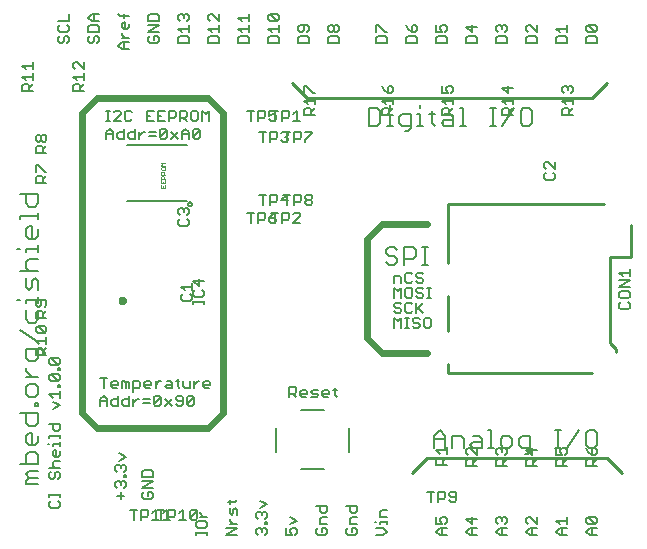
<source format=gto>
G75*
%MOIN*%
%OFA0B0*%
%FSLAX25Y25*%
%IPPOS*%
%LPD*%
%AMOC8*
5,1,8,0,0,1.08239X$1,22.5*
%
%ADD10C,0.00800*%
%ADD11C,0.00500*%
%ADD12C,0.01000*%
%ADD13C,0.02400*%
%ADD14C,0.00600*%
%ADD15C,0.00100*%
%ADD16C,0.00787*%
%ADD17C,0.01600*%
D10*
X0070600Y0041400D02*
X0066463Y0041400D01*
X0066463Y0042434D01*
X0067497Y0043468D01*
X0070600Y0043468D01*
X0067497Y0043468D02*
X0066463Y0044503D01*
X0067497Y0045537D01*
X0070600Y0045537D01*
X0064395Y0047845D02*
X0070600Y0047845D01*
X0070600Y0050948D01*
X0069566Y0051982D01*
X0067497Y0051982D01*
X0066463Y0050948D01*
X0066463Y0047845D01*
X0070600Y0057394D02*
X0070600Y0055325D01*
X0069566Y0054291D01*
X0067497Y0054291D01*
X0066463Y0055325D01*
X0066463Y0057394D01*
X0067497Y0058428D01*
X0068532Y0058428D01*
X0068532Y0054291D01*
X0064395Y0064873D02*
X0070600Y0064873D01*
X0070600Y0061771D01*
X0069566Y0060736D01*
X0067497Y0060736D01*
X0066463Y0061771D01*
X0066463Y0064873D01*
X0070600Y0067182D02*
X0069566Y0067182D01*
X0069566Y0068216D01*
X0070600Y0068216D01*
X0070600Y0067182D01*
X0070600Y0071439D02*
X0070600Y0073507D01*
X0069566Y0074542D01*
X0067497Y0074542D01*
X0066463Y0073507D01*
X0066463Y0071439D01*
X0067497Y0070405D01*
X0069566Y0070405D01*
X0070600Y0071439D01*
X0070600Y0076850D02*
X0066463Y0076850D01*
X0068532Y0076850D02*
X0066463Y0078919D01*
X0066463Y0079953D01*
X0072668Y0084290D02*
X0072668Y0085324D01*
X0071634Y0086358D01*
X0066463Y0086358D01*
X0066463Y0083256D01*
X0067497Y0082221D01*
X0069566Y0082221D01*
X0070600Y0083256D01*
X0070600Y0086358D01*
X0070600Y0088667D02*
X0064395Y0092804D01*
X0066463Y0099249D02*
X0066463Y0096147D01*
X0067497Y0095112D01*
X0069566Y0095112D01*
X0070600Y0096147D01*
X0070600Y0099249D01*
X0066463Y0101558D02*
X0066463Y0102592D01*
X0070600Y0102592D01*
X0070600Y0101558D02*
X0070600Y0103626D01*
X0064395Y0102592D02*
X0063360Y0102592D01*
X0070600Y0105855D02*
X0070600Y0108958D01*
X0069566Y0109992D01*
X0068532Y0108958D01*
X0068532Y0106889D01*
X0067497Y0105855D01*
X0066463Y0106889D01*
X0066463Y0109992D01*
X0064395Y0112300D02*
X0070600Y0112300D01*
X0067497Y0112300D02*
X0066463Y0113335D01*
X0066463Y0115403D01*
X0067497Y0116437D01*
X0070600Y0116437D01*
X0066463Y0118746D02*
X0066463Y0119780D01*
X0070600Y0119780D01*
X0070600Y0118746D02*
X0070600Y0120814D01*
X0064395Y0119780D02*
X0063360Y0119780D01*
X0070600Y0126146D02*
X0070600Y0124077D01*
X0069566Y0123043D01*
X0067497Y0123043D01*
X0066463Y0124077D01*
X0066463Y0126146D01*
X0067497Y0127180D01*
X0068532Y0127180D01*
X0068532Y0123043D01*
X0064395Y0129488D02*
X0064395Y0130523D01*
X0070600Y0130523D01*
X0070600Y0131557D02*
X0070600Y0129488D01*
X0064395Y0137922D02*
X0070600Y0137922D01*
X0070600Y0134820D01*
X0069566Y0133785D01*
X0067497Y0133785D01*
X0066463Y0134820D01*
X0066463Y0137922D01*
X0202400Y0053400D02*
X0202400Y0057270D01*
X0204335Y0059205D01*
X0206270Y0057270D01*
X0206270Y0053400D01*
X0206270Y0056302D02*
X0202400Y0056302D01*
X0208477Y0053400D02*
X0208477Y0057270D01*
X0211380Y0057270D01*
X0212347Y0056302D01*
X0212347Y0053400D01*
X0215522Y0057270D02*
X0217457Y0057270D01*
X0218424Y0056302D01*
X0218424Y0053400D01*
X0215522Y0053400D01*
X0214554Y0054367D01*
X0215522Y0055335D01*
X0218424Y0055335D01*
X0220632Y0059205D02*
X0221599Y0059205D01*
X0221599Y0053400D01*
X0220632Y0053400D02*
X0222567Y0053400D01*
X0225651Y0053400D02*
X0227585Y0053400D01*
X0228553Y0054367D01*
X0228553Y0056302D01*
X0227585Y0057270D01*
X0225651Y0057270D01*
X0224683Y0056302D01*
X0224683Y0054367D01*
X0225651Y0053400D01*
X0232695Y0051465D02*
X0233663Y0051465D01*
X0234630Y0052433D01*
X0234630Y0057270D01*
X0231728Y0057270D01*
X0230760Y0056302D01*
X0230760Y0054367D01*
X0231728Y0053400D01*
X0234630Y0053400D01*
X0242915Y0053400D02*
X0244850Y0053400D01*
X0243882Y0053400D02*
X0243882Y0059205D01*
X0242915Y0059205D02*
X0244850Y0059205D01*
X0250836Y0059205D02*
X0246966Y0053400D01*
X0255946Y0059205D02*
X0254011Y0059205D01*
X0253043Y0058237D01*
X0253043Y0054367D01*
X0254011Y0053400D01*
X0255946Y0053400D01*
X0256913Y0054367D01*
X0256913Y0058237D01*
X0255946Y0059205D01*
X0180680Y0166605D02*
X0180680Y0160800D01*
X0183582Y0160800D01*
X0184549Y0161767D01*
X0184549Y0165637D01*
X0183582Y0166605D01*
X0180680Y0166605D01*
X0186757Y0164670D02*
X0187724Y0164670D01*
X0187724Y0160800D01*
X0186757Y0160800D02*
X0188692Y0160800D01*
X0187724Y0166605D02*
X0187724Y0167572D01*
X0192743Y0158865D02*
X0193711Y0158865D01*
X0194678Y0159833D01*
X0194678Y0164670D01*
X0191776Y0164670D01*
X0190808Y0163702D01*
X0190808Y0161767D01*
X0191776Y0160800D01*
X0194678Y0160800D01*
X0196885Y0164670D02*
X0197853Y0164670D01*
X0197853Y0160800D01*
X0198820Y0160800D02*
X0196885Y0160800D01*
X0197853Y0166605D02*
X0197853Y0167572D01*
X0201904Y0165637D02*
X0201904Y0161767D01*
X0202872Y0160800D01*
X0202872Y0164670D02*
X0200937Y0164670D01*
X0205956Y0164670D02*
X0207891Y0164670D01*
X0208858Y0163702D01*
X0208858Y0160800D01*
X0205956Y0160800D01*
X0204988Y0161767D01*
X0205956Y0162735D01*
X0208858Y0162735D01*
X0211065Y0166605D02*
X0212033Y0166605D01*
X0212033Y0160800D01*
X0213000Y0160800D02*
X0211065Y0160800D01*
X0221194Y0160800D02*
X0223129Y0160800D01*
X0222162Y0160800D02*
X0222162Y0166605D01*
X0223129Y0166605D02*
X0221194Y0166605D01*
X0225246Y0160800D02*
X0229116Y0166605D01*
X0234225Y0166605D02*
X0232290Y0166605D01*
X0231323Y0165637D01*
X0231323Y0161767D01*
X0232290Y0160800D01*
X0234225Y0160800D01*
X0235193Y0161767D01*
X0235193Y0165637D01*
X0234225Y0166605D01*
X0190270Y0119237D02*
X0189302Y0120205D01*
X0187367Y0120205D01*
X0186400Y0119237D01*
X0186400Y0118270D01*
X0187367Y0117302D01*
X0189302Y0117302D01*
X0190270Y0116335D01*
X0190270Y0115367D01*
X0189302Y0114400D01*
X0187367Y0114400D01*
X0186400Y0115367D01*
X0192477Y0114400D02*
X0192477Y0120205D01*
X0195380Y0120205D01*
X0196347Y0119237D01*
X0196347Y0117302D01*
X0195380Y0116335D01*
X0192477Y0116335D01*
X0198554Y0114400D02*
X0200489Y0114400D01*
X0199522Y0114400D02*
X0199522Y0120205D01*
X0200489Y0120205D02*
X0198554Y0120205D01*
D11*
X0253247Y0188250D02*
X0256750Y0188250D01*
X0256750Y0190001D01*
X0256166Y0190585D01*
X0253831Y0190585D01*
X0253247Y0190001D01*
X0253247Y0188250D01*
X0256166Y0191933D02*
X0253831Y0191933D01*
X0253247Y0192517D01*
X0253247Y0193685D01*
X0253831Y0194268D01*
X0256166Y0194268D01*
X0256750Y0193685D01*
X0256750Y0192517D01*
X0256166Y0191933D01*
X0253831Y0194268D01*
X0243247Y0188250D02*
X0246750Y0188250D01*
X0246750Y0190001D01*
X0246166Y0190585D01*
X0243831Y0190585D01*
X0243247Y0190001D01*
X0243247Y0188250D01*
X0244415Y0191933D02*
X0243247Y0193101D01*
X0246750Y0193101D01*
X0246750Y0194268D02*
X0246750Y0191933D01*
X0233247Y0188250D02*
X0236750Y0188250D01*
X0236750Y0190001D01*
X0236166Y0190585D01*
X0233831Y0190585D01*
X0233247Y0190001D01*
X0233247Y0188250D01*
X0236750Y0194268D02*
X0236750Y0191933D01*
X0234415Y0194268D01*
X0233831Y0194268D01*
X0233247Y0193685D01*
X0233247Y0192517D01*
X0233831Y0191933D01*
X0223247Y0188250D02*
X0226750Y0188250D01*
X0226750Y0190001D01*
X0226166Y0190585D01*
X0223831Y0190585D01*
X0223247Y0190001D01*
X0223247Y0188250D01*
X0223831Y0191933D02*
X0223247Y0192517D01*
X0223247Y0193685D01*
X0223831Y0194268D01*
X0224415Y0194268D01*
X0224999Y0193685D01*
X0224999Y0193101D01*
X0224999Y0193685D02*
X0225582Y0194268D01*
X0226166Y0194268D01*
X0226750Y0193685D01*
X0226750Y0192517D01*
X0226166Y0191933D01*
X0213247Y0188250D02*
X0216750Y0188250D01*
X0216750Y0190001D01*
X0216166Y0190585D01*
X0213831Y0190585D01*
X0213247Y0190001D01*
X0213247Y0188250D01*
X0216750Y0193685D02*
X0213247Y0193685D01*
X0214999Y0191933D01*
X0214999Y0194268D01*
X0203247Y0188250D02*
X0206750Y0188250D01*
X0206750Y0190001D01*
X0206166Y0190585D01*
X0203831Y0190585D01*
X0203247Y0190001D01*
X0203247Y0188250D01*
X0203247Y0194268D02*
X0203247Y0191933D01*
X0204999Y0191933D01*
X0204415Y0193101D01*
X0204415Y0193685D01*
X0204999Y0194268D01*
X0206166Y0194268D01*
X0206750Y0193685D01*
X0206750Y0192517D01*
X0206166Y0191933D01*
X0193247Y0188250D02*
X0196750Y0188250D01*
X0196750Y0190001D01*
X0196166Y0190585D01*
X0193831Y0190585D01*
X0193247Y0190001D01*
X0193247Y0188250D01*
X0193247Y0194268D02*
X0193831Y0193101D01*
X0194999Y0191933D01*
X0196166Y0191933D01*
X0196750Y0192517D01*
X0196750Y0193685D01*
X0196166Y0194268D01*
X0195582Y0194268D01*
X0194999Y0193685D01*
X0194999Y0191933D01*
X0183247Y0188250D02*
X0186750Y0188250D01*
X0186750Y0190001D01*
X0186166Y0190585D01*
X0183831Y0190585D01*
X0183247Y0190001D01*
X0183247Y0188250D01*
X0183247Y0191933D02*
X0183247Y0194268D01*
X0183831Y0194268D01*
X0186166Y0191933D01*
X0186750Y0191933D01*
X0167247Y0188250D02*
X0170750Y0188250D01*
X0170750Y0190001D01*
X0170166Y0190585D01*
X0167831Y0190585D01*
X0167247Y0190001D01*
X0167247Y0188250D01*
X0167831Y0191933D02*
X0167247Y0192517D01*
X0167247Y0193685D01*
X0167831Y0194268D01*
X0168415Y0194268D01*
X0168999Y0193685D01*
X0169582Y0194268D01*
X0170166Y0194268D01*
X0170750Y0193685D01*
X0170750Y0192517D01*
X0170166Y0191933D01*
X0169582Y0191933D01*
X0168999Y0192517D01*
X0168415Y0191933D01*
X0167831Y0191933D01*
X0168999Y0192517D02*
X0168999Y0193685D01*
X0157247Y0188250D02*
X0160750Y0188250D01*
X0160750Y0190001D01*
X0160166Y0190585D01*
X0157831Y0190585D01*
X0157247Y0190001D01*
X0157247Y0188250D01*
X0160166Y0191933D02*
X0160750Y0192517D01*
X0160750Y0193685D01*
X0160166Y0194268D01*
X0157831Y0194268D01*
X0157247Y0193685D01*
X0157247Y0192517D01*
X0157831Y0191933D01*
X0158415Y0191933D01*
X0158999Y0192517D01*
X0158999Y0194268D01*
X0147247Y0188250D02*
X0150750Y0188250D01*
X0150750Y0190001D01*
X0150166Y0190585D01*
X0147831Y0190585D01*
X0147247Y0190001D01*
X0147247Y0188250D01*
X0148415Y0191933D02*
X0147247Y0193101D01*
X0150750Y0193101D01*
X0150750Y0194268D02*
X0150750Y0191933D01*
X0150166Y0195616D02*
X0147831Y0195616D01*
X0147247Y0196200D01*
X0147247Y0197368D01*
X0147831Y0197952D01*
X0150166Y0197952D01*
X0150750Y0197368D01*
X0150750Y0196200D01*
X0150166Y0195616D01*
X0147831Y0197952D01*
X0137247Y0188250D02*
X0140750Y0188250D01*
X0140750Y0190001D01*
X0140166Y0190585D01*
X0137831Y0190585D01*
X0137247Y0190001D01*
X0137247Y0188250D01*
X0138415Y0191933D02*
X0137247Y0193101D01*
X0140750Y0193101D01*
X0140750Y0194268D02*
X0140750Y0191933D01*
X0138415Y0195616D02*
X0137247Y0196784D01*
X0140750Y0196784D01*
X0140750Y0195616D02*
X0140750Y0197952D01*
X0127247Y0188250D02*
X0130750Y0188250D01*
X0130750Y0190001D01*
X0130166Y0190585D01*
X0127831Y0190585D01*
X0127247Y0190001D01*
X0127247Y0188250D01*
X0128415Y0191933D02*
X0127247Y0193101D01*
X0130750Y0193101D01*
X0130750Y0194268D02*
X0130750Y0191933D01*
X0130750Y0197952D02*
X0130750Y0195616D01*
X0128415Y0197952D01*
X0127831Y0197952D01*
X0127247Y0197368D01*
X0127247Y0196200D01*
X0127831Y0195616D01*
X0117247Y0188250D02*
X0120750Y0188250D01*
X0120750Y0190001D01*
X0120166Y0190585D01*
X0117831Y0190585D01*
X0117247Y0190001D01*
X0117247Y0188250D01*
X0118415Y0191933D02*
X0117247Y0193101D01*
X0120750Y0193101D01*
X0120750Y0194268D02*
X0120750Y0191933D01*
X0117831Y0195616D02*
X0117247Y0196200D01*
X0117247Y0197368D01*
X0117831Y0197952D01*
X0118415Y0197952D01*
X0118999Y0197368D01*
X0118999Y0196784D01*
X0118999Y0197368D02*
X0119582Y0197952D01*
X0120166Y0197952D01*
X0120750Y0197368D01*
X0120750Y0196200D01*
X0120166Y0195616D01*
X0107831Y0190585D02*
X0107247Y0190001D01*
X0107247Y0188834D01*
X0107831Y0188250D01*
X0110166Y0188250D01*
X0110750Y0188834D01*
X0110750Y0190001D01*
X0110166Y0190585D01*
X0108999Y0190585D01*
X0108999Y0189418D01*
X0110750Y0191933D02*
X0107247Y0191933D01*
X0110750Y0194268D01*
X0107247Y0194268D01*
X0107247Y0195616D02*
X0110750Y0195616D01*
X0110750Y0197368D01*
X0110166Y0197952D01*
X0107831Y0197952D01*
X0107247Y0197368D01*
X0107247Y0195616D01*
X0100750Y0186250D02*
X0098415Y0186250D01*
X0097247Y0187418D01*
X0098415Y0188585D01*
X0100750Y0188585D01*
X0098999Y0188585D02*
X0098999Y0186250D01*
X0098415Y0189933D02*
X0100750Y0189933D01*
X0099582Y0189933D02*
X0098415Y0191101D01*
X0098415Y0191685D01*
X0100750Y0194754D02*
X0100750Y0193586D01*
X0100166Y0193002D01*
X0098999Y0193002D01*
X0098415Y0193586D01*
X0098415Y0194754D01*
X0098999Y0195338D01*
X0099582Y0195338D01*
X0099582Y0193002D01*
X0100750Y0197269D02*
X0097831Y0197269D01*
X0097247Y0197853D01*
X0098999Y0197853D02*
X0098999Y0196686D01*
X0087831Y0190585D02*
X0087247Y0190001D01*
X0087247Y0188834D01*
X0087831Y0188250D01*
X0088415Y0188250D01*
X0088999Y0188834D01*
X0088999Y0190001D01*
X0089582Y0190585D01*
X0090166Y0190585D01*
X0090750Y0190001D01*
X0090750Y0188834D01*
X0090166Y0188250D01*
X0087247Y0191933D02*
X0090750Y0191933D01*
X0090750Y0193685D01*
X0090166Y0194268D01*
X0087831Y0194268D01*
X0087247Y0193685D01*
X0087247Y0191933D01*
X0090750Y0195616D02*
X0088415Y0195616D01*
X0087247Y0196784D01*
X0088415Y0197952D01*
X0090750Y0197952D01*
X0088999Y0197952D02*
X0088999Y0195616D01*
X0077831Y0190585D02*
X0077247Y0190001D01*
X0077247Y0188834D01*
X0077831Y0188250D01*
X0078415Y0188250D01*
X0078999Y0188834D01*
X0078999Y0190001D01*
X0079582Y0190585D01*
X0080166Y0190585D01*
X0080750Y0190001D01*
X0080750Y0188834D01*
X0080166Y0188250D01*
X0077831Y0194268D02*
X0077247Y0193685D01*
X0077247Y0192517D01*
X0077831Y0191933D01*
X0080166Y0191933D01*
X0080750Y0192517D01*
X0080750Y0193685D01*
X0080166Y0194268D01*
X0077247Y0195616D02*
X0080750Y0195616D01*
X0080750Y0197952D01*
X0256750Y0024250D02*
X0254415Y0024250D01*
X0253247Y0025418D01*
X0254415Y0026585D01*
X0256750Y0026585D01*
X0254999Y0026585D02*
X0254999Y0024250D01*
X0256166Y0027933D02*
X0253831Y0027933D01*
X0253247Y0028517D01*
X0253247Y0029685D01*
X0253831Y0030268D01*
X0256166Y0030268D01*
X0256750Y0029685D01*
X0256750Y0028517D01*
X0256166Y0027933D01*
X0253831Y0030268D01*
X0246750Y0024250D02*
X0244415Y0024250D01*
X0243247Y0025418D01*
X0244415Y0026585D01*
X0246750Y0026585D01*
X0244999Y0026585D02*
X0244999Y0024250D01*
X0244415Y0027933D02*
X0243247Y0029101D01*
X0246750Y0029101D01*
X0246750Y0030268D02*
X0246750Y0027933D01*
X0236750Y0024250D02*
X0234415Y0024250D01*
X0233247Y0025418D01*
X0234415Y0026585D01*
X0236750Y0026585D01*
X0234999Y0026585D02*
X0234999Y0024250D01*
X0236750Y0030268D02*
X0236750Y0027933D01*
X0234415Y0030268D01*
X0233831Y0030268D01*
X0233247Y0029685D01*
X0233247Y0028517D01*
X0233831Y0027933D01*
X0226750Y0024250D02*
X0224415Y0024250D01*
X0223247Y0025418D01*
X0224415Y0026585D01*
X0226750Y0026585D01*
X0224999Y0026585D02*
X0224999Y0024250D01*
X0223831Y0027933D02*
X0223247Y0028517D01*
X0223247Y0029685D01*
X0223831Y0030268D01*
X0224415Y0030268D01*
X0224999Y0029685D01*
X0224999Y0029101D01*
X0224999Y0029685D02*
X0225582Y0030268D01*
X0226166Y0030268D01*
X0226750Y0029685D01*
X0226750Y0028517D01*
X0226166Y0027933D01*
X0216750Y0024250D02*
X0214415Y0024250D01*
X0213247Y0025418D01*
X0214415Y0026585D01*
X0216750Y0026585D01*
X0214999Y0026585D02*
X0214999Y0024250D01*
X0216750Y0029685D02*
X0213247Y0029685D01*
X0214999Y0027933D01*
X0214999Y0030268D01*
X0206750Y0024250D02*
X0204415Y0024250D01*
X0203247Y0025418D01*
X0204415Y0026585D01*
X0206750Y0026585D01*
X0204999Y0026585D02*
X0204999Y0024250D01*
X0203247Y0030268D02*
X0203247Y0027933D01*
X0204999Y0027933D01*
X0204415Y0029101D01*
X0204415Y0029685D01*
X0204999Y0030268D01*
X0206166Y0030268D01*
X0206750Y0029685D01*
X0206750Y0028517D01*
X0206166Y0027933D01*
X0183247Y0024250D02*
X0185582Y0024250D01*
X0186750Y0025418D01*
X0185582Y0026585D01*
X0183247Y0026585D01*
X0184415Y0027933D02*
X0184415Y0028517D01*
X0186750Y0028517D01*
X0186750Y0027933D02*
X0186750Y0029101D01*
X0183247Y0028517D02*
X0182663Y0028517D01*
X0186750Y0030389D02*
X0184415Y0030389D01*
X0184415Y0032140D01*
X0184999Y0032724D01*
X0186750Y0032724D01*
X0173831Y0026585D02*
X0173247Y0026001D01*
X0173247Y0024834D01*
X0173831Y0024250D01*
X0176166Y0024250D01*
X0176750Y0024834D01*
X0176750Y0026001D01*
X0176166Y0026585D01*
X0174999Y0026585D01*
X0174999Y0025418D01*
X0176750Y0027933D02*
X0174415Y0027933D01*
X0174415Y0029685D01*
X0174999Y0030268D01*
X0176750Y0030268D01*
X0173247Y0033952D02*
X0176750Y0033952D01*
X0176750Y0032200D01*
X0176166Y0031616D01*
X0174999Y0031616D01*
X0174415Y0032200D01*
X0174415Y0033952D01*
X0153247Y0026585D02*
X0153247Y0024250D01*
X0154999Y0024250D01*
X0154415Y0025418D01*
X0154415Y0026001D01*
X0154999Y0026585D01*
X0156166Y0026585D01*
X0156750Y0026001D01*
X0156750Y0024834D01*
X0156166Y0024250D01*
X0154415Y0027933D02*
X0156750Y0029101D01*
X0154415Y0030268D01*
X0143831Y0024250D02*
X0143247Y0024834D01*
X0143247Y0026001D01*
X0143831Y0026585D01*
X0144415Y0026585D01*
X0144999Y0026001D01*
X0144999Y0025418D01*
X0144999Y0026001D02*
X0145582Y0026585D01*
X0146166Y0026585D01*
X0146750Y0026001D01*
X0146750Y0024834D01*
X0146166Y0024250D01*
X0146750Y0027933D02*
X0146166Y0027933D01*
X0146166Y0028517D01*
X0146750Y0028517D01*
X0146750Y0027933D01*
X0143831Y0029775D02*
X0143247Y0030359D01*
X0143247Y0031526D01*
X0143831Y0032110D01*
X0144415Y0032110D01*
X0144999Y0031526D01*
X0144999Y0030942D01*
X0144999Y0031526D02*
X0145582Y0032110D01*
X0146166Y0032110D01*
X0146750Y0031526D01*
X0146750Y0030359D01*
X0146166Y0029775D01*
X0144415Y0033458D02*
X0146750Y0034626D01*
X0144415Y0035793D01*
X0163831Y0026585D02*
X0163247Y0026001D01*
X0163247Y0024834D01*
X0163831Y0024250D01*
X0166166Y0024250D01*
X0166750Y0024834D01*
X0166750Y0026001D01*
X0166166Y0026585D01*
X0164999Y0026585D01*
X0164999Y0025418D01*
X0166750Y0027933D02*
X0164415Y0027933D01*
X0164415Y0029685D01*
X0164999Y0030268D01*
X0166750Y0030268D01*
X0163247Y0033952D02*
X0166750Y0033952D01*
X0166750Y0032200D01*
X0166166Y0031616D01*
X0164999Y0031616D01*
X0164415Y0032200D01*
X0164415Y0033952D01*
X0136750Y0024250D02*
X0133247Y0024250D01*
X0136750Y0026585D01*
X0133247Y0026585D01*
X0134415Y0027933D02*
X0136750Y0027933D01*
X0135582Y0027933D02*
X0134415Y0029101D01*
X0134415Y0029685D01*
X0136750Y0031002D02*
X0136750Y0032754D01*
X0136166Y0033338D01*
X0135582Y0032754D01*
X0135582Y0031586D01*
X0134999Y0031002D01*
X0134415Y0031586D01*
X0134415Y0033338D01*
X0133831Y0035269D02*
X0136166Y0035269D01*
X0136750Y0035853D01*
X0134415Y0035853D02*
X0134415Y0034686D01*
X0126750Y0025418D02*
X0126750Y0024250D01*
X0126750Y0024834D02*
X0123247Y0024834D01*
X0123247Y0024250D02*
X0123247Y0025418D01*
X0123247Y0028457D02*
X0123247Y0027289D01*
X0123831Y0026705D01*
X0126166Y0026705D01*
X0126750Y0027289D01*
X0126750Y0028457D01*
X0126166Y0029041D01*
X0123831Y0029041D01*
X0123247Y0028457D01*
X0124415Y0030389D02*
X0126750Y0030389D01*
X0125582Y0030389D02*
X0124415Y0031556D01*
X0124415Y0032140D01*
X0189250Y0108250D02*
X0189250Y0110585D01*
X0191001Y0110585D01*
X0191585Y0110001D01*
X0191585Y0108250D01*
X0195268Y0111169D02*
X0194685Y0111753D01*
X0193517Y0111753D01*
X0192933Y0111169D01*
X0192933Y0108834D01*
X0193517Y0108250D01*
X0194685Y0108250D01*
X0195268Y0108834D01*
X0198952Y0111169D02*
X0198368Y0111753D01*
X0197200Y0111753D01*
X0196616Y0111169D01*
X0196616Y0110585D01*
X0197200Y0110001D01*
X0198368Y0110001D01*
X0198952Y0109418D01*
X0198952Y0108834D01*
X0198368Y0108250D01*
X0197200Y0108250D01*
X0196616Y0108834D01*
X0189250Y0103250D02*
X0189250Y0106753D01*
X0190418Y0105585D01*
X0191585Y0106753D01*
X0191585Y0103250D01*
X0194685Y0106753D02*
X0193517Y0106753D01*
X0192933Y0106169D01*
X0192933Y0103834D01*
X0193517Y0103250D01*
X0194685Y0103250D01*
X0195268Y0103834D01*
X0195268Y0106169D01*
X0194685Y0106753D01*
X0198952Y0106169D02*
X0198368Y0106753D01*
X0197200Y0106753D01*
X0196616Y0106169D01*
X0196616Y0105585D01*
X0197200Y0105001D01*
X0198368Y0105001D01*
X0198952Y0104418D01*
X0198952Y0103834D01*
X0198368Y0103250D01*
X0197200Y0103250D01*
X0196616Y0103834D01*
X0200299Y0103250D02*
X0201467Y0103250D01*
X0200883Y0103250D02*
X0200883Y0106753D01*
X0200299Y0106753D02*
X0201467Y0106753D01*
X0189250Y0093250D02*
X0189250Y0096753D01*
X0190418Y0095585D01*
X0191585Y0096753D01*
X0191585Y0093250D01*
X0192933Y0093250D02*
X0194101Y0093250D01*
X0193517Y0093250D02*
X0193517Y0096753D01*
X0192933Y0096753D02*
X0194101Y0096753D01*
X0197724Y0096169D02*
X0197140Y0096753D01*
X0195972Y0096753D01*
X0195389Y0096169D01*
X0195389Y0095585D01*
X0195972Y0095001D01*
X0197140Y0095001D01*
X0197724Y0094418D01*
X0197724Y0093834D01*
X0197140Y0093250D01*
X0195972Y0093250D01*
X0195389Y0093834D01*
X0200823Y0096753D02*
X0199656Y0096753D01*
X0199072Y0096169D01*
X0199072Y0093834D01*
X0199656Y0093250D01*
X0200823Y0093250D01*
X0201407Y0093834D01*
X0201407Y0096169D01*
X0200823Y0096753D01*
X0191585Y0101169D02*
X0191001Y0101753D01*
X0189834Y0101753D01*
X0189250Y0101169D01*
X0189250Y0100585D01*
X0189834Y0100001D01*
X0191001Y0100001D01*
X0191585Y0099418D01*
X0191585Y0098834D01*
X0191001Y0098250D01*
X0189834Y0098250D01*
X0189250Y0098834D01*
X0195268Y0101169D02*
X0194685Y0101753D01*
X0193517Y0101753D01*
X0192933Y0101169D01*
X0192933Y0098834D01*
X0193517Y0098250D01*
X0194685Y0098250D01*
X0195268Y0098834D01*
X0196616Y0098250D02*
X0196616Y0101753D01*
X0196616Y0099418D02*
X0198952Y0101753D01*
X0197200Y0100001D02*
X0198952Y0098250D01*
X0094418Y0162250D02*
X0093250Y0162250D01*
X0093834Y0162250D02*
X0093834Y0165753D01*
X0093250Y0165753D02*
X0094418Y0165753D01*
X0098041Y0162250D02*
X0095705Y0162250D01*
X0098041Y0164585D01*
X0098041Y0165169D01*
X0097457Y0165753D01*
X0096289Y0165753D01*
X0095705Y0165169D01*
X0101724Y0165169D02*
X0101140Y0165753D01*
X0099972Y0165753D01*
X0099389Y0165169D01*
X0099389Y0162834D01*
X0099972Y0162250D01*
X0101140Y0162250D01*
X0101724Y0162834D01*
X0109090Y0165753D02*
X0106755Y0165753D01*
X0106755Y0162250D01*
X0109090Y0162250D01*
X0107923Y0164001D02*
X0106755Y0164001D01*
X0112773Y0165753D02*
X0110438Y0165753D01*
X0110438Y0162250D01*
X0112773Y0162250D01*
X0111606Y0164001D02*
X0110438Y0164001D01*
X0114121Y0162250D02*
X0114121Y0165753D01*
X0115873Y0165753D01*
X0116456Y0165169D01*
X0116456Y0164001D01*
X0115873Y0163418D01*
X0114121Y0163418D01*
X0117804Y0162250D02*
X0117804Y0165753D01*
X0119556Y0165753D01*
X0120140Y0165169D01*
X0120140Y0164001D01*
X0119556Y0163418D01*
X0117804Y0163418D01*
X0118972Y0163418D02*
X0120140Y0162250D01*
X0123239Y0165753D02*
X0122071Y0165753D01*
X0121487Y0165169D01*
X0121487Y0162834D01*
X0122071Y0162250D01*
X0123239Y0162250D01*
X0123823Y0162834D01*
X0123823Y0165169D01*
X0123239Y0165753D01*
X0125171Y0162250D02*
X0125171Y0165753D01*
X0126338Y0164585D01*
X0127506Y0165753D01*
X0127506Y0162250D01*
X0092418Y0076753D02*
X0092418Y0073250D01*
X0091250Y0076753D02*
X0093585Y0076753D01*
X0096685Y0073250D02*
X0095517Y0073250D01*
X0094933Y0073834D01*
X0094933Y0075001D01*
X0095517Y0075585D01*
X0096685Y0075585D01*
X0097268Y0075001D01*
X0097268Y0074418D01*
X0094933Y0074418D01*
X0098616Y0073250D02*
X0098616Y0075585D01*
X0099200Y0075585D01*
X0099784Y0075001D01*
X0099784Y0073250D01*
X0099784Y0075001D02*
X0100368Y0075585D01*
X0100952Y0075001D01*
X0100952Y0073250D01*
X0102299Y0072082D02*
X0102299Y0075585D01*
X0104051Y0075585D01*
X0104635Y0075001D01*
X0104635Y0073834D01*
X0104051Y0073250D01*
X0102299Y0073250D01*
X0107734Y0073250D02*
X0106566Y0073250D01*
X0105983Y0073834D01*
X0105983Y0075001D01*
X0106566Y0075585D01*
X0107734Y0075585D01*
X0108318Y0075001D01*
X0108318Y0074418D01*
X0105983Y0074418D01*
X0109666Y0073250D02*
X0109666Y0075585D01*
X0109666Y0074418D02*
X0110833Y0075585D01*
X0111417Y0075585D01*
X0113319Y0075585D02*
X0114486Y0075585D01*
X0115070Y0075001D01*
X0115070Y0073250D01*
X0113319Y0073250D01*
X0112735Y0073834D01*
X0113319Y0074418D01*
X0115070Y0074418D01*
X0117002Y0076169D02*
X0117002Y0073834D01*
X0117586Y0073250D01*
X0117586Y0075585D02*
X0116418Y0075585D01*
X0118874Y0075585D02*
X0118874Y0073834D01*
X0119457Y0073250D01*
X0121209Y0073250D01*
X0121209Y0075585D01*
X0122557Y0075585D02*
X0122557Y0073250D01*
X0122557Y0074418D02*
X0123724Y0075585D01*
X0124308Y0075585D01*
X0127377Y0073250D02*
X0126210Y0073250D01*
X0125626Y0073834D01*
X0125626Y0075001D01*
X0126210Y0075585D01*
X0127377Y0075585D01*
X0127961Y0075001D01*
X0127961Y0074418D01*
X0125626Y0074418D01*
X0093250Y0156250D02*
X0093250Y0158585D01*
X0094418Y0159753D01*
X0095585Y0158585D01*
X0095585Y0156250D01*
X0095585Y0158001D02*
X0093250Y0158001D01*
X0099268Y0159753D02*
X0099268Y0156250D01*
X0097517Y0156250D01*
X0096933Y0156834D01*
X0096933Y0158001D01*
X0097517Y0158585D01*
X0099268Y0158585D01*
X0102952Y0159753D02*
X0102952Y0156250D01*
X0101200Y0156250D01*
X0100616Y0156834D01*
X0100616Y0158001D01*
X0101200Y0158585D01*
X0102952Y0158585D01*
X0104299Y0158585D02*
X0104299Y0156250D01*
X0104299Y0157418D02*
X0105467Y0158585D01*
X0106051Y0158585D01*
X0107369Y0157418D02*
X0109704Y0157418D01*
X0109704Y0158585D02*
X0107369Y0158585D01*
X0111052Y0156834D02*
X0111052Y0159169D01*
X0111636Y0159753D01*
X0112803Y0159753D01*
X0113387Y0159169D01*
X0113387Y0156834D01*
X0112803Y0156250D01*
X0111636Y0156250D01*
X0111052Y0156834D01*
X0113387Y0159169D01*
X0114735Y0158585D02*
X0117070Y0156250D01*
X0114735Y0156250D02*
X0117070Y0158585D01*
X0118418Y0156250D02*
X0118418Y0158585D01*
X0119586Y0159753D01*
X0120753Y0158585D01*
X0120753Y0156250D01*
X0120753Y0158001D02*
X0118418Y0158001D01*
X0122101Y0156834D02*
X0122101Y0159169D01*
X0122685Y0159753D01*
X0123853Y0159753D01*
X0124437Y0159169D01*
X0124437Y0156834D01*
X0123853Y0156250D01*
X0122685Y0156250D01*
X0122101Y0156834D01*
X0124437Y0159169D01*
X0091250Y0067250D02*
X0091250Y0069585D01*
X0092418Y0070753D01*
X0093585Y0069585D01*
X0093585Y0067250D01*
X0093585Y0069001D02*
X0091250Y0069001D01*
X0097268Y0070753D02*
X0097268Y0067250D01*
X0095517Y0067250D01*
X0094933Y0067834D01*
X0094933Y0069001D01*
X0095517Y0069585D01*
X0097268Y0069585D01*
X0100952Y0070753D02*
X0100952Y0067250D01*
X0099200Y0067250D01*
X0098616Y0067834D01*
X0098616Y0069001D01*
X0099200Y0069585D01*
X0100952Y0069585D01*
X0102299Y0069585D02*
X0102299Y0067250D01*
X0102299Y0068418D02*
X0103467Y0069585D01*
X0104051Y0069585D01*
X0105369Y0068418D02*
X0107704Y0068418D01*
X0107704Y0069585D02*
X0105369Y0069585D01*
X0109052Y0067834D02*
X0109052Y0070169D01*
X0109636Y0070753D01*
X0110803Y0070753D01*
X0111387Y0070169D01*
X0111387Y0067834D01*
X0110803Y0067250D01*
X0109636Y0067250D01*
X0109052Y0067834D01*
X0111387Y0070169D01*
X0112735Y0069585D02*
X0115070Y0067250D01*
X0112735Y0067250D02*
X0115070Y0069585D01*
X0116418Y0067834D02*
X0117002Y0067250D01*
X0118170Y0067250D01*
X0118753Y0067834D01*
X0118753Y0070169D01*
X0118170Y0070753D01*
X0117002Y0070753D01*
X0116418Y0070169D01*
X0116418Y0069585D01*
X0117002Y0069001D01*
X0118753Y0069001D01*
X0120101Y0067834D02*
X0120101Y0070169D01*
X0120685Y0070753D01*
X0121853Y0070753D01*
X0122437Y0070169D01*
X0122437Y0067834D01*
X0121853Y0067250D01*
X0120685Y0067250D01*
X0120101Y0067834D01*
X0122437Y0070169D01*
X0074831Y0035585D02*
X0074247Y0035001D01*
X0074247Y0033834D01*
X0074831Y0033250D01*
X0077166Y0033250D01*
X0077750Y0033834D01*
X0077750Y0035001D01*
X0077166Y0035585D01*
X0077750Y0036933D02*
X0077750Y0038101D01*
X0077750Y0037517D02*
X0074247Y0037517D01*
X0074247Y0036933D02*
X0074247Y0038101D01*
X0074831Y0045407D02*
X0074247Y0044823D01*
X0074247Y0043656D01*
X0074831Y0043072D01*
X0075415Y0043072D01*
X0075999Y0043656D01*
X0075999Y0044823D01*
X0076582Y0045407D01*
X0077166Y0045407D01*
X0077750Y0044823D01*
X0077750Y0043656D01*
X0077166Y0043072D01*
X0077750Y0046755D02*
X0074247Y0046755D01*
X0075999Y0046755D02*
X0075415Y0047339D01*
X0075415Y0048506D01*
X0075999Y0049090D01*
X0077750Y0049090D01*
X0077750Y0052189D02*
X0077750Y0051022D01*
X0077166Y0050438D01*
X0075999Y0050438D01*
X0075415Y0051022D01*
X0075415Y0052189D01*
X0075999Y0052773D01*
X0076582Y0052773D01*
X0076582Y0050438D01*
X0075415Y0054121D02*
X0075415Y0054705D01*
X0077750Y0054705D01*
X0077750Y0054121D02*
X0077750Y0055289D01*
X0074247Y0054705D02*
X0073663Y0054705D01*
X0074247Y0056577D02*
X0074247Y0057160D01*
X0077750Y0057160D01*
X0077750Y0056577D02*
X0077750Y0057744D01*
X0074247Y0061367D02*
X0077750Y0061367D01*
X0077750Y0059616D01*
X0077166Y0059032D01*
X0075999Y0059032D01*
X0075415Y0059616D01*
X0075415Y0061367D01*
X0075415Y0066398D02*
X0077750Y0067566D01*
X0075415Y0068734D01*
X0075415Y0070081D02*
X0074247Y0071249D01*
X0077750Y0071249D01*
X0077750Y0070081D02*
X0077750Y0072417D01*
X0077750Y0073765D02*
X0077166Y0073765D01*
X0077166Y0074348D01*
X0077750Y0074348D01*
X0077750Y0073765D01*
X0077166Y0075606D02*
X0074831Y0075606D01*
X0074247Y0076190D01*
X0074247Y0077358D01*
X0074831Y0077941D01*
X0077166Y0077941D01*
X0077750Y0077358D01*
X0077750Y0076190D01*
X0077166Y0075606D01*
X0074831Y0077941D01*
X0077750Y0079289D02*
X0077166Y0079289D01*
X0077166Y0079873D01*
X0077750Y0079873D01*
X0077750Y0079289D01*
X0077166Y0081131D02*
X0074831Y0081131D01*
X0074247Y0081715D01*
X0074247Y0082882D01*
X0074831Y0083466D01*
X0077166Y0083466D01*
X0077750Y0082882D01*
X0077750Y0081715D01*
X0077166Y0081131D01*
X0074831Y0083466D01*
X0154250Y0070250D02*
X0154250Y0073753D01*
X0156001Y0073753D01*
X0156585Y0073169D01*
X0156585Y0072001D01*
X0156001Y0071418D01*
X0154250Y0071418D01*
X0155418Y0071418D02*
X0156585Y0070250D01*
X0159685Y0070250D02*
X0158517Y0070250D01*
X0157933Y0070834D01*
X0157933Y0072001D01*
X0158517Y0072585D01*
X0159685Y0072585D01*
X0160268Y0072001D01*
X0160268Y0071418D01*
X0157933Y0071418D01*
X0161616Y0070250D02*
X0163368Y0070250D01*
X0163952Y0070834D01*
X0163368Y0071418D01*
X0162200Y0071418D01*
X0161616Y0072001D01*
X0162200Y0072585D01*
X0163952Y0072585D01*
X0167051Y0070250D02*
X0165883Y0070250D01*
X0165299Y0070834D01*
X0165299Y0072001D01*
X0165883Y0072585D01*
X0167051Y0072585D01*
X0167635Y0072001D01*
X0167635Y0071418D01*
X0165299Y0071418D01*
X0169566Y0073169D02*
X0169566Y0070834D01*
X0170150Y0070250D01*
X0170150Y0072585D02*
X0168983Y0072585D01*
X0097999Y0038585D02*
X0097999Y0036250D01*
X0096831Y0037418D02*
X0099166Y0037418D01*
X0096831Y0039933D02*
X0096247Y0040517D01*
X0096247Y0041685D01*
X0096831Y0042268D01*
X0097415Y0042268D01*
X0097999Y0041685D01*
X0097999Y0041101D01*
X0097999Y0041685D02*
X0098582Y0042268D01*
X0099166Y0042268D01*
X0099750Y0041685D01*
X0099750Y0040517D01*
X0099166Y0039933D01*
X0099750Y0043616D02*
X0099166Y0043616D01*
X0099166Y0044200D01*
X0099750Y0044200D01*
X0099750Y0043616D01*
X0096831Y0045458D02*
X0096247Y0046042D01*
X0096247Y0047209D01*
X0096831Y0047793D01*
X0097415Y0047793D01*
X0097999Y0047209D01*
X0097999Y0046626D01*
X0097999Y0047209D02*
X0098582Y0047793D01*
X0099166Y0047793D01*
X0099750Y0047209D01*
X0099750Y0046042D01*
X0099166Y0045458D01*
X0097415Y0049141D02*
X0099750Y0050309D01*
X0097415Y0051476D01*
X0105831Y0038585D02*
X0105247Y0038001D01*
X0105247Y0036834D01*
X0105831Y0036250D01*
X0108166Y0036250D01*
X0108750Y0036834D01*
X0108750Y0038001D01*
X0108166Y0038585D01*
X0106999Y0038585D01*
X0106999Y0037418D01*
X0108750Y0039933D02*
X0105247Y0039933D01*
X0108750Y0042268D01*
X0105247Y0042268D01*
X0105247Y0043616D02*
X0108750Y0043616D01*
X0108750Y0045368D01*
X0108166Y0045952D01*
X0105831Y0045952D01*
X0105247Y0045368D01*
X0105247Y0043616D01*
X0120565Y0134650D02*
X0120567Y0134697D01*
X0120573Y0134744D01*
X0120583Y0134791D01*
X0120596Y0134836D01*
X0120614Y0134880D01*
X0120635Y0134922D01*
X0120659Y0134963D01*
X0120687Y0135001D01*
X0120718Y0135037D01*
X0120752Y0135070D01*
X0120788Y0135100D01*
X0120827Y0135127D01*
X0120868Y0135151D01*
X0120911Y0135171D01*
X0120955Y0135187D01*
X0121001Y0135200D01*
X0121047Y0135209D01*
X0121095Y0135214D01*
X0121142Y0135215D01*
X0121189Y0135212D01*
X0121236Y0135205D01*
X0121282Y0135194D01*
X0121327Y0135180D01*
X0121371Y0135161D01*
X0121412Y0135139D01*
X0121452Y0135114D01*
X0121490Y0135085D01*
X0121525Y0135054D01*
X0121558Y0135019D01*
X0121587Y0134982D01*
X0121613Y0134943D01*
X0121636Y0134901D01*
X0121655Y0134858D01*
X0121671Y0134813D01*
X0121683Y0134767D01*
X0121691Y0134721D01*
X0121695Y0134674D01*
X0121695Y0134626D01*
X0121691Y0134579D01*
X0121683Y0134533D01*
X0121671Y0134487D01*
X0121655Y0134442D01*
X0121636Y0134399D01*
X0121613Y0134357D01*
X0121587Y0134318D01*
X0121558Y0134281D01*
X0121525Y0134246D01*
X0121490Y0134215D01*
X0121452Y0134186D01*
X0121413Y0134161D01*
X0121371Y0134139D01*
X0121327Y0134120D01*
X0121282Y0134106D01*
X0121236Y0134095D01*
X0121189Y0134088D01*
X0121142Y0134085D01*
X0121095Y0134086D01*
X0121047Y0134091D01*
X0121001Y0134100D01*
X0120955Y0134113D01*
X0120911Y0134129D01*
X0120868Y0134149D01*
X0120827Y0134173D01*
X0120788Y0134200D01*
X0120752Y0134230D01*
X0120718Y0134263D01*
X0120687Y0134299D01*
X0120659Y0134337D01*
X0120635Y0134378D01*
X0120614Y0134420D01*
X0120596Y0134464D01*
X0120583Y0134509D01*
X0120573Y0134556D01*
X0120567Y0134603D01*
X0120565Y0134650D01*
X0239831Y0145085D02*
X0239247Y0144501D01*
X0239247Y0143334D01*
X0239831Y0142750D01*
X0242166Y0142750D01*
X0242750Y0143334D01*
X0242750Y0144501D01*
X0242166Y0145085D01*
X0242750Y0148768D02*
X0242750Y0146433D01*
X0240415Y0148768D01*
X0239831Y0148768D01*
X0239247Y0148185D01*
X0239247Y0147017D01*
X0239831Y0146433D01*
X0117831Y0129585D02*
X0117247Y0129001D01*
X0117247Y0127834D01*
X0117831Y0127250D01*
X0120166Y0127250D01*
X0120750Y0127834D01*
X0120750Y0129001D01*
X0120166Y0129585D01*
X0117831Y0130933D02*
X0117247Y0131517D01*
X0117247Y0132685D01*
X0117831Y0133268D01*
X0118415Y0133268D01*
X0118999Y0132685D01*
X0118999Y0132101D01*
X0118999Y0132685D02*
X0119582Y0133268D01*
X0120166Y0133268D01*
X0120750Y0132685D01*
X0120750Y0131517D01*
X0120166Y0130933D01*
X0073250Y0141750D02*
X0069747Y0141750D01*
X0069747Y0143501D01*
X0070331Y0144085D01*
X0071499Y0144085D01*
X0072082Y0143501D01*
X0072082Y0141750D01*
X0072082Y0142918D02*
X0073250Y0144085D01*
X0069747Y0145433D02*
X0069747Y0147768D01*
X0070331Y0147768D01*
X0072666Y0145433D01*
X0073250Y0145433D01*
X0073250Y0151750D02*
X0069747Y0151750D01*
X0069747Y0153501D01*
X0070331Y0154085D01*
X0071499Y0154085D01*
X0072082Y0153501D01*
X0072082Y0151750D01*
X0072082Y0152918D02*
X0073250Y0154085D01*
X0070331Y0155433D02*
X0069747Y0156017D01*
X0069747Y0157185D01*
X0070331Y0157768D01*
X0070915Y0157768D01*
X0071499Y0157185D01*
X0072082Y0157768D01*
X0072666Y0157768D01*
X0073250Y0157185D01*
X0073250Y0156017D01*
X0072666Y0155433D01*
X0072082Y0155433D01*
X0071499Y0156017D01*
X0070915Y0155433D01*
X0070331Y0155433D01*
X0071499Y0156017D02*
X0071499Y0157185D01*
X0073250Y0096750D02*
X0069747Y0096750D01*
X0069747Y0098501D01*
X0070331Y0099085D01*
X0071499Y0099085D01*
X0072082Y0098501D01*
X0072082Y0096750D01*
X0072082Y0097918D02*
X0073250Y0099085D01*
X0072666Y0100433D02*
X0073250Y0101017D01*
X0073250Y0102185D01*
X0072666Y0102768D01*
X0070331Y0102768D01*
X0069747Y0102185D01*
X0069747Y0101017D01*
X0070331Y0100433D01*
X0070915Y0100433D01*
X0071499Y0101017D01*
X0071499Y0102768D01*
X0073250Y0084250D02*
X0069747Y0084250D01*
X0069747Y0086001D01*
X0070331Y0086585D01*
X0071499Y0086585D01*
X0072082Y0086001D01*
X0072082Y0084250D01*
X0072082Y0085418D02*
X0073250Y0086585D01*
X0070915Y0087933D02*
X0069747Y0089101D01*
X0073250Y0089101D01*
X0073250Y0090268D02*
X0073250Y0087933D01*
X0072666Y0091616D02*
X0070331Y0091616D01*
X0069747Y0092200D01*
X0069747Y0093368D01*
X0070331Y0093952D01*
X0072666Y0093952D01*
X0073250Y0093368D01*
X0073250Y0092200D01*
X0072666Y0091616D01*
X0070331Y0093952D01*
X0068750Y0172250D02*
X0065247Y0172250D01*
X0065247Y0174001D01*
X0065831Y0174585D01*
X0066999Y0174585D01*
X0067582Y0174001D01*
X0067582Y0172250D01*
X0067582Y0173418D02*
X0068750Y0174585D01*
X0066415Y0175933D02*
X0065247Y0177101D01*
X0068750Y0177101D01*
X0068750Y0178268D02*
X0068750Y0175933D01*
X0066415Y0179616D02*
X0065247Y0180784D01*
X0068750Y0180784D01*
X0068750Y0179616D02*
X0068750Y0181952D01*
X0085750Y0172250D02*
X0082247Y0172250D01*
X0082247Y0174001D01*
X0082831Y0174585D01*
X0083999Y0174585D01*
X0084582Y0174001D01*
X0084582Y0172250D01*
X0084582Y0173418D02*
X0085750Y0174585D01*
X0083415Y0175933D02*
X0082247Y0177101D01*
X0085750Y0177101D01*
X0085750Y0178268D02*
X0085750Y0175933D01*
X0085750Y0181952D02*
X0085750Y0179616D01*
X0083415Y0181952D01*
X0082831Y0181952D01*
X0082247Y0181368D01*
X0082247Y0180200D01*
X0082831Y0179616D01*
X0125750Y0102418D02*
X0125750Y0101250D01*
X0125750Y0101834D02*
X0122247Y0101834D01*
X0122247Y0101250D02*
X0122247Y0102418D01*
X0122831Y0106041D02*
X0122247Y0105457D01*
X0122247Y0104289D01*
X0122831Y0103705D01*
X0125166Y0103705D01*
X0125750Y0104289D01*
X0125750Y0105457D01*
X0125166Y0106041D01*
X0125750Y0109140D02*
X0122247Y0109140D01*
X0123999Y0107389D01*
X0123999Y0109724D01*
X0248750Y0164250D02*
X0245247Y0164250D01*
X0245247Y0166001D01*
X0245831Y0166585D01*
X0246999Y0166585D01*
X0247582Y0166001D01*
X0247582Y0164250D01*
X0247582Y0165418D02*
X0248750Y0166585D01*
X0246415Y0167933D02*
X0245247Y0169101D01*
X0248750Y0169101D01*
X0248750Y0170268D02*
X0248750Y0167933D01*
X0245831Y0171616D02*
X0245247Y0172200D01*
X0245247Y0173368D01*
X0245831Y0173952D01*
X0246415Y0173952D01*
X0246999Y0173368D01*
X0246999Y0172784D01*
X0246999Y0173368D02*
X0247582Y0173952D01*
X0248166Y0173952D01*
X0248750Y0173368D01*
X0248750Y0172200D01*
X0248166Y0171616D01*
X0228750Y0164250D02*
X0225247Y0164250D01*
X0225247Y0166001D01*
X0225831Y0166585D01*
X0226999Y0166585D01*
X0227582Y0166001D01*
X0227582Y0164250D01*
X0227582Y0165418D02*
X0228750Y0166585D01*
X0226415Y0167933D02*
X0225247Y0169101D01*
X0228750Y0169101D01*
X0228750Y0170268D02*
X0228750Y0167933D01*
X0228750Y0173368D02*
X0225247Y0173368D01*
X0226999Y0171616D01*
X0226999Y0173952D01*
X0208750Y0164250D02*
X0205247Y0164250D01*
X0205247Y0166001D01*
X0205831Y0166585D01*
X0206999Y0166585D01*
X0207582Y0166001D01*
X0207582Y0164250D01*
X0207582Y0165418D02*
X0208750Y0166585D01*
X0206415Y0167933D02*
X0205247Y0169101D01*
X0208750Y0169101D01*
X0208750Y0170268D02*
X0208750Y0167933D01*
X0205247Y0173952D02*
X0205247Y0171616D01*
X0206999Y0171616D01*
X0206415Y0172784D01*
X0206415Y0173368D01*
X0206999Y0173952D01*
X0208166Y0173952D01*
X0208750Y0173368D01*
X0208750Y0172200D01*
X0208166Y0171616D01*
X0188750Y0164250D02*
X0185247Y0164250D01*
X0185247Y0166001D01*
X0185831Y0166585D01*
X0186999Y0166585D01*
X0187582Y0166001D01*
X0187582Y0164250D01*
X0187582Y0165418D02*
X0188750Y0166585D01*
X0186415Y0167933D02*
X0185247Y0169101D01*
X0188750Y0169101D01*
X0188750Y0170268D02*
X0188750Y0167933D01*
X0185247Y0173952D02*
X0185831Y0172784D01*
X0186999Y0171616D01*
X0188166Y0171616D01*
X0188750Y0172200D01*
X0188750Y0173368D01*
X0188166Y0173952D01*
X0187582Y0173952D01*
X0186999Y0173368D01*
X0186999Y0171616D01*
X0162750Y0164250D02*
X0159247Y0164250D01*
X0159247Y0166001D01*
X0159831Y0166585D01*
X0160999Y0166585D01*
X0161582Y0166001D01*
X0161582Y0164250D01*
X0161582Y0165418D02*
X0162750Y0166585D01*
X0160415Y0167933D02*
X0159247Y0169101D01*
X0162750Y0169101D01*
X0162750Y0170268D02*
X0162750Y0167933D01*
X0159247Y0171616D02*
X0159247Y0173952D01*
X0159831Y0173952D01*
X0162166Y0171616D01*
X0162750Y0171616D01*
X0118831Y0104585D02*
X0118247Y0104001D01*
X0118247Y0102834D01*
X0118831Y0102250D01*
X0121166Y0102250D01*
X0121750Y0102834D01*
X0121750Y0104001D01*
X0121166Y0104585D01*
X0119415Y0105933D02*
X0118247Y0107101D01*
X0121750Y0107101D01*
X0121750Y0108268D02*
X0121750Y0105933D01*
X0206750Y0047750D02*
X0203247Y0047750D01*
X0203247Y0049501D01*
X0203831Y0050085D01*
X0204999Y0050085D01*
X0205582Y0049501D01*
X0205582Y0047750D01*
X0205582Y0048918D02*
X0206750Y0050085D01*
X0204415Y0051433D02*
X0203247Y0052601D01*
X0206750Y0052601D01*
X0206750Y0053768D02*
X0206750Y0051433D01*
X0216750Y0047250D02*
X0213247Y0047250D01*
X0213247Y0049001D01*
X0213831Y0049585D01*
X0214999Y0049585D01*
X0215582Y0049001D01*
X0215582Y0047250D01*
X0215582Y0048418D02*
X0216750Y0049585D01*
X0216750Y0053268D02*
X0216750Y0050933D01*
X0214415Y0053268D01*
X0213831Y0053268D01*
X0213247Y0052685D01*
X0213247Y0051517D01*
X0213831Y0050933D01*
X0226750Y0047250D02*
X0223247Y0047250D01*
X0223247Y0049001D01*
X0223831Y0049585D01*
X0224999Y0049585D01*
X0225582Y0049001D01*
X0225582Y0047250D01*
X0225582Y0048418D02*
X0226750Y0049585D01*
X0223831Y0050933D02*
X0223247Y0051517D01*
X0223247Y0052685D01*
X0223831Y0053268D01*
X0224415Y0053268D01*
X0224999Y0052685D01*
X0224999Y0052101D01*
X0224999Y0052685D02*
X0225582Y0053268D01*
X0226166Y0053268D01*
X0226750Y0052685D01*
X0226750Y0051517D01*
X0226166Y0050933D01*
X0236750Y0047250D02*
X0233247Y0047250D01*
X0233247Y0049001D01*
X0233831Y0049585D01*
X0234999Y0049585D01*
X0235582Y0049001D01*
X0235582Y0047250D01*
X0235582Y0048418D02*
X0236750Y0049585D01*
X0236750Y0052685D02*
X0233247Y0052685D01*
X0234999Y0050933D01*
X0234999Y0053268D01*
X0246750Y0047250D02*
X0243247Y0047250D01*
X0243247Y0049001D01*
X0243831Y0049585D01*
X0244999Y0049585D01*
X0245582Y0049001D01*
X0245582Y0047250D01*
X0245582Y0048418D02*
X0246750Y0049585D01*
X0243247Y0053268D02*
X0243247Y0050933D01*
X0244999Y0050933D01*
X0244415Y0052101D01*
X0244415Y0052685D01*
X0244999Y0053268D01*
X0246166Y0053268D01*
X0246750Y0052685D01*
X0246750Y0051517D01*
X0246166Y0050933D01*
X0256750Y0047250D02*
X0253247Y0047250D01*
X0253247Y0049001D01*
X0253831Y0049585D01*
X0254999Y0049585D01*
X0255582Y0049001D01*
X0255582Y0047250D01*
X0255582Y0048418D02*
X0256750Y0049585D01*
X0253247Y0053268D02*
X0253831Y0052101D01*
X0254999Y0050933D01*
X0256166Y0050933D01*
X0256750Y0051517D01*
X0256750Y0052685D01*
X0256166Y0053268D01*
X0255582Y0053268D01*
X0254999Y0052685D01*
X0254999Y0050933D01*
X0264831Y0101853D02*
X0264247Y0101269D01*
X0264247Y0100101D01*
X0264831Y0099517D01*
X0267166Y0099517D01*
X0267750Y0100101D01*
X0267750Y0101269D01*
X0267166Y0101853D01*
X0264247Y0104952D02*
X0264247Y0103784D01*
X0264831Y0103201D01*
X0267166Y0103201D01*
X0267750Y0103784D01*
X0267750Y0104952D01*
X0267166Y0105536D01*
X0264831Y0105536D01*
X0264247Y0104952D01*
X0267750Y0106884D02*
X0264247Y0106884D01*
X0267750Y0109219D01*
X0264247Y0109219D01*
X0265415Y0110567D02*
X0264247Y0111734D01*
X0267750Y0111734D01*
X0267750Y0110567D02*
X0267750Y0112902D01*
X0149418Y0162250D02*
X0149418Y0165753D01*
X0150585Y0165753D02*
X0148250Y0165753D01*
X0151933Y0162250D02*
X0151933Y0165753D01*
X0153685Y0165753D01*
X0154268Y0165169D01*
X0154268Y0164001D01*
X0153685Y0163418D01*
X0151933Y0163418D01*
X0155616Y0164585D02*
X0156784Y0165753D01*
X0156784Y0162250D01*
X0155616Y0162250D02*
X0157952Y0162250D01*
X0149418Y0131753D02*
X0149418Y0128250D01*
X0148250Y0131753D02*
X0150585Y0131753D01*
X0151933Y0128250D02*
X0151933Y0131753D01*
X0153685Y0131753D01*
X0154268Y0131169D01*
X0154268Y0130001D01*
X0153685Y0129418D01*
X0151933Y0129418D01*
X0157952Y0128250D02*
X0155616Y0128250D01*
X0157952Y0130585D01*
X0157952Y0131169D01*
X0157368Y0131753D01*
X0156200Y0131753D01*
X0155616Y0131169D01*
X0145418Y0155250D02*
X0145418Y0158753D01*
X0146585Y0158753D02*
X0144250Y0158753D01*
X0147933Y0155250D02*
X0147933Y0158753D01*
X0149685Y0158753D01*
X0150268Y0158169D01*
X0150268Y0157001D01*
X0149685Y0156418D01*
X0147933Y0156418D01*
X0151616Y0158169D02*
X0152200Y0158753D01*
X0153368Y0158753D01*
X0153952Y0158169D01*
X0153952Y0157585D01*
X0153368Y0157001D01*
X0152784Y0157001D01*
X0153368Y0157001D02*
X0153952Y0156418D01*
X0153952Y0155834D01*
X0153368Y0155250D01*
X0152200Y0155250D01*
X0151616Y0155834D01*
X0145418Y0137753D02*
X0145418Y0134250D01*
X0144250Y0137753D02*
X0146585Y0137753D01*
X0147933Y0134250D02*
X0147933Y0137753D01*
X0149685Y0137753D01*
X0150268Y0137169D01*
X0150268Y0136001D01*
X0149685Y0135418D01*
X0147933Y0135418D01*
X0153368Y0134250D02*
X0153368Y0137753D01*
X0151616Y0136001D01*
X0153952Y0136001D01*
X0141418Y0162250D02*
X0141418Y0165753D01*
X0142585Y0165753D02*
X0140250Y0165753D01*
X0143933Y0162250D02*
X0143933Y0165753D01*
X0145685Y0165753D01*
X0146268Y0165169D01*
X0146268Y0164001D01*
X0145685Y0163418D01*
X0143933Y0163418D01*
X0149952Y0165753D02*
X0147616Y0165753D01*
X0147616Y0164001D01*
X0148784Y0164585D01*
X0149368Y0164585D01*
X0149952Y0164001D01*
X0149952Y0162834D01*
X0149368Y0162250D01*
X0148200Y0162250D01*
X0147616Y0162834D01*
X0141418Y0131753D02*
X0141418Y0128250D01*
X0140250Y0131753D02*
X0142585Y0131753D01*
X0143933Y0128250D02*
X0143933Y0131753D01*
X0145685Y0131753D01*
X0146268Y0131169D01*
X0146268Y0130001D01*
X0145685Y0129418D01*
X0143933Y0129418D01*
X0149952Y0131753D02*
X0148784Y0131169D01*
X0147616Y0130001D01*
X0147616Y0128834D01*
X0148200Y0128250D01*
X0149368Y0128250D01*
X0149952Y0128834D01*
X0149952Y0129418D01*
X0149368Y0130001D01*
X0147616Y0130001D01*
X0153418Y0155250D02*
X0153418Y0158753D01*
X0154585Y0158753D02*
X0152250Y0158753D01*
X0155933Y0155250D02*
X0155933Y0158753D01*
X0157685Y0158753D01*
X0158268Y0158169D01*
X0158268Y0157001D01*
X0157685Y0156418D01*
X0155933Y0156418D01*
X0159616Y0158753D02*
X0161952Y0158753D01*
X0161952Y0158169D01*
X0159616Y0155834D01*
X0159616Y0155250D01*
X0153418Y0137753D02*
X0153418Y0134250D01*
X0152250Y0137753D02*
X0154585Y0137753D01*
X0155933Y0134250D02*
X0155933Y0137753D01*
X0157685Y0137753D01*
X0158268Y0137169D01*
X0158268Y0136001D01*
X0157685Y0135418D01*
X0155933Y0135418D01*
X0159616Y0137169D02*
X0160200Y0137753D01*
X0161368Y0137753D01*
X0161952Y0137169D01*
X0161952Y0136585D01*
X0161368Y0136001D01*
X0161952Y0135418D01*
X0161952Y0134834D01*
X0161368Y0134250D01*
X0160200Y0134250D01*
X0159616Y0134834D01*
X0159616Y0135418D01*
X0160200Y0136001D01*
X0159616Y0136585D01*
X0159616Y0137169D01*
X0160200Y0136001D02*
X0161368Y0136001D01*
X0201418Y0038753D02*
X0201418Y0035250D01*
X0200250Y0038753D02*
X0202585Y0038753D01*
X0203933Y0035250D02*
X0203933Y0038753D01*
X0205685Y0038753D01*
X0206268Y0038169D01*
X0206268Y0037001D01*
X0205685Y0036418D01*
X0203933Y0036418D01*
X0207616Y0035834D02*
X0208200Y0035250D01*
X0209368Y0035250D01*
X0209952Y0035834D01*
X0209952Y0038169D01*
X0209368Y0038753D01*
X0208200Y0038753D01*
X0207616Y0038169D01*
X0207616Y0037585D01*
X0208200Y0037001D01*
X0209952Y0037001D01*
X0111418Y0032753D02*
X0111418Y0029250D01*
X0110250Y0032753D02*
X0112585Y0032753D01*
X0113933Y0029250D02*
X0113933Y0032753D01*
X0115685Y0032753D01*
X0116268Y0032169D01*
X0116268Y0031001D01*
X0115685Y0030418D01*
X0113933Y0030418D01*
X0117616Y0031585D02*
X0118784Y0032753D01*
X0118784Y0029250D01*
X0117616Y0029250D02*
X0119952Y0029250D01*
X0121299Y0029834D02*
X0121299Y0032169D01*
X0121883Y0032753D01*
X0123051Y0032753D01*
X0123635Y0032169D01*
X0123635Y0029834D01*
X0123051Y0029250D01*
X0121883Y0029250D01*
X0121299Y0029834D01*
X0123635Y0032169D01*
X0102418Y0032753D02*
X0102418Y0029250D01*
X0101250Y0032753D02*
X0103585Y0032753D01*
X0104933Y0029250D02*
X0104933Y0032753D01*
X0106685Y0032753D01*
X0107268Y0032169D01*
X0107268Y0031001D01*
X0106685Y0030418D01*
X0104933Y0030418D01*
X0108616Y0031585D02*
X0109784Y0032753D01*
X0109784Y0029250D01*
X0108616Y0029250D02*
X0110952Y0029250D01*
X0112299Y0031585D02*
X0113467Y0032753D01*
X0113467Y0029250D01*
X0112299Y0029250D02*
X0114635Y0029250D01*
D12*
X0155000Y0175000D02*
X0160000Y0170000D01*
X0255000Y0170000D01*
X0260000Y0175000D01*
X0195000Y0045000D02*
X0200000Y0050000D01*
X0260000Y0050000D01*
X0265000Y0045000D01*
X0259165Y0134543D02*
X0207000Y0134543D01*
X0207000Y0114858D01*
X0207000Y0104031D02*
X0207000Y0092220D01*
X0268024Y0127654D02*
X0268024Y0116827D01*
X0261134Y0116827D01*
X0261134Y0088283D01*
X0263102Y0086315D01*
X0263102Y0085331D01*
X0255228Y0078441D02*
X0207000Y0078441D01*
X0207000Y0081394D01*
D13*
X0090000Y0170000D02*
X0085000Y0165000D01*
X0085000Y0065000D01*
X0090000Y0060000D01*
X0127000Y0060000D01*
X0132000Y0065000D01*
X0132000Y0165000D01*
X0127000Y0170000D01*
X0090000Y0170000D01*
X0200000Y0128000D02*
X0185000Y0128000D01*
X0180000Y0123000D01*
X0180000Y0090000D01*
X0185000Y0085000D01*
X0200000Y0085000D01*
D14*
X0120098Y0154299D02*
X0100002Y0154299D01*
X0100002Y0135701D02*
X0120098Y0135701D01*
D15*
X0111449Y0141051D02*
X0111449Y0140050D01*
X0112950Y0140050D01*
X0112950Y0141051D01*
X0112199Y0140550D02*
X0112199Y0140050D01*
X0111449Y0142524D02*
X0111449Y0141523D01*
X0112950Y0141523D01*
X0112950Y0142524D01*
X0112199Y0142024D02*
X0112199Y0141523D01*
X0112950Y0142997D02*
X0111449Y0142997D01*
X0111449Y0143747D01*
X0111699Y0143997D01*
X0112199Y0143997D01*
X0112450Y0143747D01*
X0112450Y0142997D01*
X0112950Y0144470D02*
X0111449Y0144470D01*
X0111449Y0145220D01*
X0111699Y0145471D01*
X0112199Y0145471D01*
X0112450Y0145220D01*
X0112450Y0144470D01*
X0112450Y0144970D02*
X0112950Y0145471D01*
X0111449Y0146694D02*
X0111449Y0146193D01*
X0111699Y0145943D01*
X0112700Y0145943D01*
X0112950Y0146193D01*
X0112950Y0146694D01*
X0112700Y0146944D01*
X0111699Y0146944D01*
X0111449Y0146694D01*
X0112950Y0147416D02*
X0111449Y0147416D01*
X0111949Y0147917D01*
X0111449Y0148417D01*
X0112950Y0148417D01*
D16*
X0149795Y0059937D02*
X0149795Y0052063D01*
X0158063Y0065843D02*
X0165937Y0065843D01*
X0174205Y0059937D02*
X0174205Y0052063D01*
X0165937Y0046157D02*
X0158063Y0046157D01*
D17*
X0098000Y0102500D02*
X0098002Y0102544D01*
X0098008Y0102588D01*
X0098018Y0102631D01*
X0098031Y0102673D01*
X0098048Y0102714D01*
X0098069Y0102753D01*
X0098093Y0102790D01*
X0098120Y0102825D01*
X0098150Y0102857D01*
X0098183Y0102887D01*
X0098219Y0102913D01*
X0098256Y0102937D01*
X0098296Y0102956D01*
X0098337Y0102973D01*
X0098380Y0102985D01*
X0098423Y0102994D01*
X0098467Y0102999D01*
X0098511Y0103000D01*
X0098555Y0102997D01*
X0098599Y0102990D01*
X0098642Y0102979D01*
X0098684Y0102965D01*
X0098724Y0102947D01*
X0098763Y0102925D01*
X0098799Y0102901D01*
X0098833Y0102873D01*
X0098865Y0102842D01*
X0098894Y0102808D01*
X0098920Y0102772D01*
X0098942Y0102734D01*
X0098961Y0102694D01*
X0098976Y0102652D01*
X0098988Y0102610D01*
X0098996Y0102566D01*
X0099000Y0102522D01*
X0099000Y0102478D01*
X0098996Y0102434D01*
X0098988Y0102390D01*
X0098976Y0102348D01*
X0098961Y0102306D01*
X0098942Y0102266D01*
X0098920Y0102228D01*
X0098894Y0102192D01*
X0098865Y0102158D01*
X0098833Y0102127D01*
X0098799Y0102099D01*
X0098763Y0102075D01*
X0098724Y0102053D01*
X0098684Y0102035D01*
X0098642Y0102021D01*
X0098599Y0102010D01*
X0098555Y0102003D01*
X0098511Y0102000D01*
X0098467Y0102001D01*
X0098423Y0102006D01*
X0098380Y0102015D01*
X0098337Y0102027D01*
X0098296Y0102044D01*
X0098256Y0102063D01*
X0098219Y0102087D01*
X0098183Y0102113D01*
X0098150Y0102143D01*
X0098120Y0102175D01*
X0098093Y0102210D01*
X0098069Y0102247D01*
X0098048Y0102286D01*
X0098031Y0102327D01*
X0098018Y0102369D01*
X0098008Y0102412D01*
X0098002Y0102456D01*
X0098000Y0102500D01*
M02*

</source>
